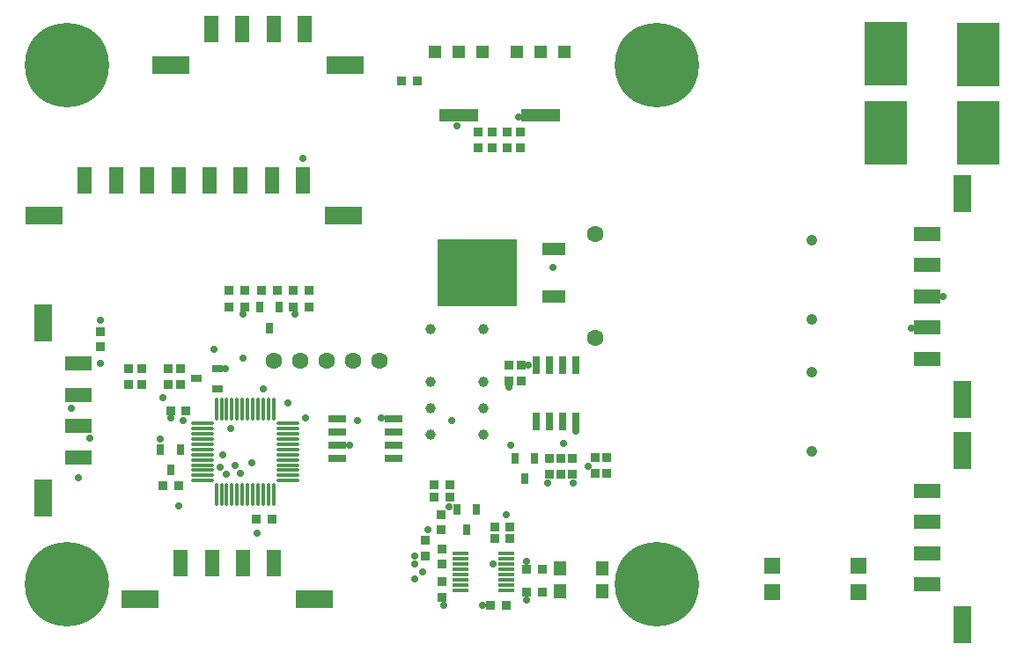
<source format=gts>
G04*
G04 #@! TF.GenerationSoftware,Altium Limited,Altium Designer,19.0.15 (446)*
G04*
G04 Layer_Color=8388736*
%FSLAX25Y25*%
%MOIN*%
G70*
G01*
G75*
%ADD19R,0.05400X0.10400*%
%ADD20R,0.13904X0.06896*%
%ADD21R,0.10400X0.05400*%
%ADD22R,0.06896X0.13904*%
%ADD23R,0.03353X0.03550*%
%ADD24R,0.03550X0.03353*%
%ADD25R,0.05912X0.05912*%
%ADD26R,0.04731X0.05715*%
%ADD27O,0.08668X0.01581*%
%ADD28O,0.01581X0.08668*%
%ADD29R,0.03156X0.03943*%
%ADD30R,0.16148X0.24022*%
%ADD31R,0.03943X0.03156*%
%ADD32R,0.09061X0.05124*%
%ADD33R,0.30400X0.25400*%
%ADD34R,0.02762X0.06502*%
%ADD35R,0.05900X0.01500*%
%ADD36R,0.06502X0.02762*%
%ADD37R,0.05124X0.05124*%
%ADD38R,0.14573X0.05124*%
%ADD39C,0.31896*%
%ADD40C,0.06306*%
%ADD41C,0.04239*%
%ADD42C,0.03943*%
%ADD43C,0.02762*%
%ADD44C,0.02368*%
D19*
X-214567Y54843D02*
D03*
X-202756D02*
D03*
X-190945D02*
D03*
X-179134D02*
D03*
X-167322D02*
D03*
X-155511D02*
D03*
X-143700D02*
D03*
X-131889D02*
D03*
X-166733Y111929D02*
D03*
X-154922D02*
D03*
X-143110D02*
D03*
X-131299D02*
D03*
X-178263Y-90433D02*
D03*
X-166452D02*
D03*
X-154640D02*
D03*
X-142829D02*
D03*
D20*
X-116574Y41339D02*
D03*
X-229882D02*
D03*
X-115984Y98425D02*
D03*
X-182048D02*
D03*
X-127514Y-103937D02*
D03*
X-193578D02*
D03*
D21*
X-216811Y-14763D02*
D03*
Y-26574D02*
D03*
Y-38386D02*
D03*
Y-50197D02*
D03*
X104331Y-98426D02*
D03*
Y-86615D02*
D03*
Y-74803D02*
D03*
Y-62992D02*
D03*
X104319Y-12849D02*
D03*
Y-1038D02*
D03*
Y10773D02*
D03*
Y22584D02*
D03*
Y34395D02*
D03*
D22*
X-230315Y-65512D02*
D03*
Y552D02*
D03*
X117835Y-47677D02*
D03*
Y-113741D02*
D03*
X117823Y49710D02*
D03*
Y-28164D02*
D03*
D23*
X-208661Y-8465D02*
D03*
Y-2559D02*
D03*
X-192913Y-22638D02*
D03*
Y-16732D02*
D03*
X-197835D02*
D03*
Y-22638D02*
D03*
X-85630Y-81693D02*
D03*
Y-87598D02*
D03*
X-79724Y-77756D02*
D03*
Y-71850D02*
D03*
X-178150Y-22638D02*
D03*
Y-16732D02*
D03*
X-183071D02*
D03*
Y-22638D02*
D03*
X-79331Y-90748D02*
D03*
Y-84842D02*
D03*
X-49409Y-15354D02*
D03*
Y-21260D02*
D03*
X-30118Y-50591D02*
D03*
Y-56496D02*
D03*
X-17126Y-56221D02*
D03*
Y-50315D02*
D03*
X-34449Y-56496D02*
D03*
Y-50591D02*
D03*
X-21457Y-50315D02*
D03*
Y-56221D02*
D03*
X-54134Y-15354D02*
D03*
Y-21260D02*
D03*
X-38780Y-50591D02*
D03*
Y-56496D02*
D03*
X-79331Y-97441D02*
D03*
Y-103347D02*
D03*
X-65551Y67126D02*
D03*
Y73032D02*
D03*
X-60236D02*
D03*
Y67126D02*
D03*
X-49803D02*
D03*
Y73032D02*
D03*
X-54724D02*
D03*
Y67126D02*
D03*
D24*
X-41339Y-92520D02*
D03*
X-47244D02*
D03*
X-41339Y-101378D02*
D03*
X-47244D02*
D03*
X-185039Y-61024D02*
D03*
X-179134D02*
D03*
X-153937Y6791D02*
D03*
X-159843D02*
D03*
Y13189D02*
D03*
X-153937D02*
D03*
X-147539D02*
D03*
X-141634D02*
D03*
X-135630Y6791D02*
D03*
X-129724D02*
D03*
Y13189D02*
D03*
X-135630D02*
D03*
X-88583Y92520D02*
D03*
X-94488D02*
D03*
X-82284Y-65354D02*
D03*
X-76378D02*
D03*
X-82284Y-60630D02*
D03*
X-76378D02*
D03*
X-53543Y-81102D02*
D03*
X-59449D02*
D03*
X-55118Y-106299D02*
D03*
X-61024D02*
D03*
X-59449Y-76772D02*
D03*
X-53543D02*
D03*
X-143701Y-73603D02*
D03*
X-149606D02*
D03*
X-176181Y-32480D02*
D03*
X-182087D02*
D03*
D25*
X45768Y-91457D02*
D03*
Y-101457D02*
D03*
X78248Y-91457D02*
D03*
Y-101457D02*
D03*
D26*
X-34646Y-101085D02*
D03*
X-18504D02*
D03*
Y-92227D02*
D03*
X-34646D02*
D03*
D27*
X-170079Y-37402D02*
D03*
Y-39370D02*
D03*
Y-41339D02*
D03*
Y-43307D02*
D03*
Y-45276D02*
D03*
Y-47244D02*
D03*
Y-49213D02*
D03*
Y-51181D02*
D03*
Y-53150D02*
D03*
Y-55118D02*
D03*
Y-57087D02*
D03*
Y-59055D02*
D03*
X-137795D02*
D03*
Y-57087D02*
D03*
Y-55118D02*
D03*
Y-53150D02*
D03*
Y-51181D02*
D03*
Y-49213D02*
D03*
Y-47244D02*
D03*
Y-45276D02*
D03*
Y-43307D02*
D03*
Y-41339D02*
D03*
Y-39370D02*
D03*
Y-37402D02*
D03*
D28*
X-164764Y-64370D02*
D03*
X-162795D02*
D03*
X-160827D02*
D03*
X-158858D02*
D03*
X-156890D02*
D03*
X-154921D02*
D03*
X-152953D02*
D03*
X-150984D02*
D03*
X-149016D02*
D03*
X-147047D02*
D03*
X-145079D02*
D03*
X-143110D02*
D03*
Y-32087D02*
D03*
X-145079D02*
D03*
X-147047D02*
D03*
X-149016D02*
D03*
X-150984D02*
D03*
X-152953D02*
D03*
X-154921D02*
D03*
X-156890D02*
D03*
X-158858D02*
D03*
X-160827D02*
D03*
X-162795D02*
D03*
X-164764D02*
D03*
D29*
X-178346Y-47244D02*
D03*
X-185827D02*
D03*
X-182087Y-55118D02*
D03*
X-66142Y-69882D02*
D03*
X-73622D02*
D03*
X-69882Y-77756D02*
D03*
X-140945Y6693D02*
D03*
X-148425D02*
D03*
X-144685Y-1181D02*
D03*
X-44291Y-50591D02*
D03*
X-51772D02*
D03*
X-48031Y-58465D02*
D03*
D30*
X123819Y102362D02*
D03*
X88779Y102559D02*
D03*
Y72835D02*
D03*
X123819Y72638D02*
D03*
D31*
X-164370Y-24213D02*
D03*
Y-16732D02*
D03*
X-172244Y-20472D02*
D03*
D32*
X-36811Y28740D02*
D03*
Y10630D02*
D03*
D33*
X-65945Y19685D02*
D03*
D34*
X-43720Y-36614D02*
D03*
X-38721D02*
D03*
X-33720D02*
D03*
X-28721D02*
D03*
Y-15354D02*
D03*
X-33720D02*
D03*
X-38721D02*
D03*
X-43720D02*
D03*
D35*
X-72183Y-86806D02*
D03*
Y-88776D02*
D03*
Y-90746D02*
D03*
Y-92716D02*
D03*
Y-94686D02*
D03*
Y-96656D02*
D03*
Y-98626D02*
D03*
Y-100596D02*
D03*
X-54983D02*
D03*
Y-98626D02*
D03*
Y-96656D02*
D03*
Y-94686D02*
D03*
Y-92716D02*
D03*
Y-90746D02*
D03*
Y-88776D02*
D03*
Y-86806D02*
D03*
D36*
X-118898Y-35807D02*
D03*
Y-40807D02*
D03*
Y-45807D02*
D03*
Y-50807D02*
D03*
X-97638D02*
D03*
Y-45807D02*
D03*
Y-40807D02*
D03*
Y-35807D02*
D03*
D37*
X-63976Y103347D02*
D03*
X-73032D02*
D03*
X-82087D02*
D03*
X-32874D02*
D03*
X-41929D02*
D03*
X-50984D02*
D03*
D38*
X-73032Y79331D02*
D03*
X-41929D02*
D03*
D39*
X-221457Y98425D02*
D03*
Y-98425D02*
D03*
X1969D02*
D03*
Y98425D02*
D03*
D40*
X-103032Y-13780D02*
D03*
X-113031D02*
D03*
X-123031D02*
D03*
X-133031D02*
D03*
X-143032D02*
D03*
X-21248Y34449D02*
D03*
Y-4921D02*
D03*
D41*
X60630Y32126D02*
D03*
Y2126D02*
D03*
Y-17874D02*
D03*
Y-47874D02*
D03*
D42*
X-83661Y-21654D02*
D03*
Y-31654D02*
D03*
Y-41654D02*
D03*
X-63661D02*
D03*
Y-31654D02*
D03*
Y-21654D02*
D03*
Y-1654D02*
D03*
X-83661D02*
D03*
D43*
X-54985Y-72047D02*
D03*
X-149213Y-79134D02*
D03*
X-185039Y-27559D02*
D03*
X-208661Y1575D02*
D03*
X-131890Y62992D02*
D03*
X-165748Y-9449D02*
D03*
X-219685Y-31654D02*
D03*
X-24134Y-53543D02*
D03*
X-212598Y-42835D02*
D03*
X-37402Y21654D02*
D03*
X-216811Y-58071D02*
D03*
X-208661Y-14763D02*
D03*
X-147047Y-24213D02*
D03*
X-142829Y-90433D02*
D03*
X-179134Y-68575D02*
D03*
X98425Y-1181D02*
D03*
X110236Y10773D02*
D03*
X-33465Y-44985D02*
D03*
X-53150Y-45807D02*
D03*
X-60039Y-90551D02*
D03*
X-75787Y-36417D02*
D03*
X-76772Y-68898D02*
D03*
X-130906Y-35433D02*
D03*
X-177165Y-36417D02*
D03*
X-163386Y-54134D02*
D03*
X-162402Y-49213D02*
D03*
X-160887Y-56590D02*
D03*
X-155512Y-56221D02*
D03*
X-137795Y-29528D02*
D03*
X-111221Y-36417D02*
D03*
X-50197Y78740D02*
D03*
X-154528Y-12795D02*
D03*
X-151453Y-52165D02*
D03*
X-159449Y-39370D02*
D03*
X-161417Y-16732D02*
D03*
X-84646Y-77756D02*
D03*
X-73622Y75524D02*
D03*
X-114173Y-45807D02*
D03*
X-102362Y-35433D02*
D03*
X-154528Y3937D02*
D03*
X-134843D02*
D03*
X-186024Y-43307D02*
D03*
X-89567Y-96457D02*
D03*
X-157480Y-53150D02*
D03*
X-86614Y-93504D02*
D03*
X-89567Y-90746D02*
D03*
Y-87598D02*
D03*
X-182087Y-35433D02*
D03*
X-78740Y-106299D02*
D03*
X-63895D02*
D03*
X-47244Y-104331D02*
D03*
Y-89568D02*
D03*
X-29528Y-60039D02*
D03*
X-39370D02*
D03*
X-54134Y-23622D02*
D03*
X-46565Y-15354D02*
D03*
X-28721Y-40354D02*
D03*
X-94488Y92020D02*
D03*
X-74803Y10630D02*
D03*
X-58571Y19685D02*
D03*
X-74803Y28740D02*
D03*
X-32874Y103347D02*
D03*
X-54724Y73032D02*
D03*
X-60236D02*
D03*
X-63976Y103347D02*
D03*
X86614Y102363D02*
D03*
X124521D02*
D03*
D44*
X-190945Y53150D02*
D03*
Y57087D02*
D03*
X-166733Y114173D02*
D03*
Y110236D02*
D03*
X-154922D02*
D03*
Y114173D02*
D03*
X-178150Y-93223D02*
D03*
Y-88020D02*
D03*
M02*

</source>
